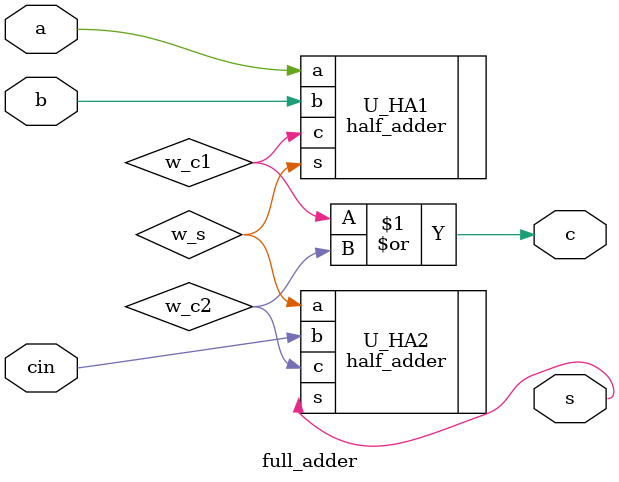
<source format=v>
`timescale 1ns / 1ps

module full_adder(
    input a,
    input b,
    input cin,
    output s,
    output c
);

    wire w_s;
    wire w_c1, w_c2;

    assign c = w_c1 | w_c2;

    half_adder U_HA1(
        .a(a),
        .b(b),
        .s(w_s),
        .c(w_c1)
    );

    half_adder U_HA2(
        .a(w_s),
        .b(cin),
        .s(s),
        .c(w_c2)
    );

endmodule

</source>
